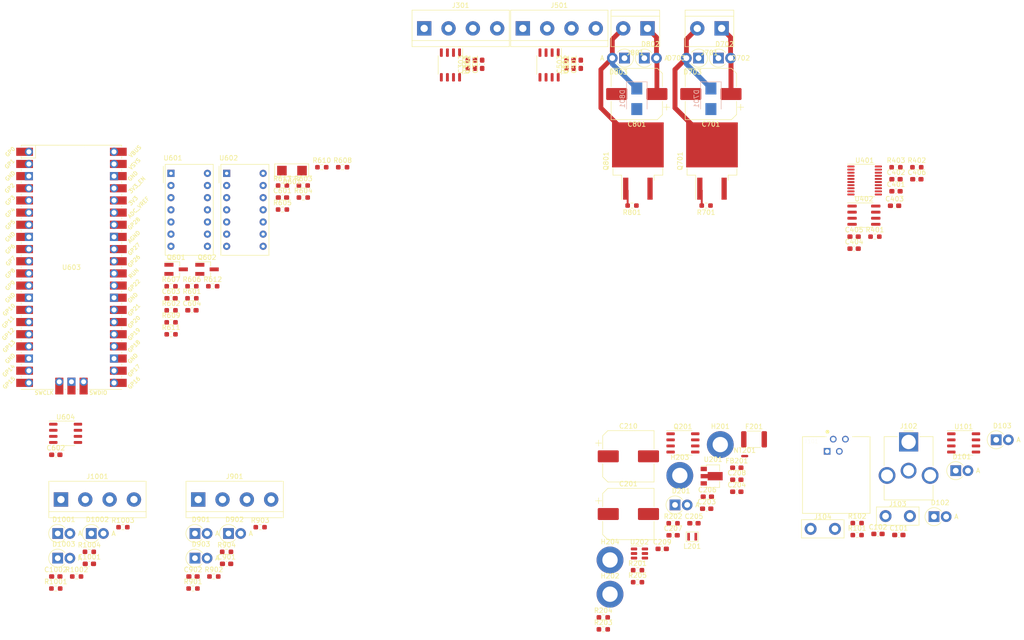
<source format=kicad_pcb>
(kicad_pcb (version 20211014) (generator pcbnew)
  (layers (0 "F.Cu" signal) (31 "B.Cu" signal) (34 "B.Paste" user) (35 "F.Paste" user) (36 "B.SilkS" user "B.Silkscreen") (37 "F.SilkS" user "F.Silkscreen") (38 "B.Mask" user) (39 "F.Mask" user) (44 "Edge.Cuts" user))
  (net 0 "")
  (net 1 "/power/3v3a_regin")
  (net 2 "+3.3VA")
  (net 3 "GND")
  (net 4 "+5V")
  (net 5 "GNDA")
  (net 6 "+12V")
  (net 7 "/power/reg_bst")
  (net 8 "/power/reg_sw")
  (net 9 "/power/reg_fb")
  (net 10 "+3V3")
  (net 11 "/can/can_rst")
  (net 12 "/cpu/PICO_ADC1")
  (net 13 "/cpu/PICO_ADC0")
  (net 14 "/ROTARY_WATER0")
  (net 15 "/ROTARY_WATER1")
  (net 16 "/ROTARY_COFFEE0")
  (net 17 "/ROTARY_COFFEE1")
  (net 18 "/VIN")
  (net 19 "/CANH")
  (net 20 "/CANL")
  (net 21 "/power/vprot_gate")
  (net 22 "/cpu/VSYS")
  (net 23 "/solenoid/EXT_OUT")
  (net 24 "/motor/EXT_OUT")
  (net 25 "/water_rotary/ROTARY0_IN")
  (net 26 "/water_rotary/ROTARY1_IN")
  (net 27 "/coffee_rotary/ROTARY0_IN")
  (net 28 "/coffee_rotary/ROTARY1_IN")
  (net 29 "/VIN_SW")
  (net 30 "/power/VFUSE")
  (net 33 "/scale_amp/INP")
  (net 34 "/scale_amp/INN")
  (net 35 "/scale_amp1/INP")
  (net 36 "/scale_amp1/INN")
  (net 37 "/cpu/7SEG_DIG1_BASE")
  (net 38 "/cpu/7SEG_DIG1")
  (net 39 "/cpu/7SEG_DIG0_BASE")
  (net 40 "/cpu/7SEG_DIG0")
  (net 41 "/solenoid/EXT_CTRL")
  (net 42 "/motor/EXT_CTRL")
  (net 43 "/vref_div")
  (net 44 "/power/reg_en")
  (net 45 "/can/can_osc_out")
  (net 46 "/~{CAN_INT}")
  (net 47 "/cpu/7SEG_DIG0_PRER")
  (net 48 "/cpu/7SEG_DIG1_PRER")
  (net 49 "/cpu/7SEG_A")
  (net 50 "/cpu/7SEG_A_PRER")
  (net 51 "/cpu/7SEG_B")
  (net 52 "/cpu/7SEG_B_PRER")
  (net 53 "/cpu/7SEG_C")
  (net 54 "/cpu/7SEG_C_PRER")
  (net 55 "/cpu/7SEG_D")
  (net 56 "/cpu/7SEG_D_PRER")
  (net 57 "/cpu/7SEG_E")
  (net 58 "/cpu/7SEG_E_PRER")
  (net 59 "/cpu/7SEG_F")
  (net 60 "/cpu/7SEG_F_PRER")
  (net 61 "/cpu/7SEG_G")
  (net 62 "/cpu/7SEG_G_PRER")
  (net 63 "/ADC1")
  (net 64 "/ADC0")
  (net 65 "/cpu/ADC_VREF_DIV")
  (net 66 "/SOLENOID_CTRL")
  (net 67 "/MOTOR_CTRL")
  (net 68 "/VREF0")
  (net 69 "/VREF1")
  (net 70 "/can/txcan")
  (net 71 "/can/rxcan")
  (net 77 "/CAN_CLK")
  (net 80 "/SPI_SCK")
  (net 82 "/SPI_COPI")
  (net 83 "/SPI_CIPO")
  (net 84 "/~{SPI_CS}")
  (net 99 "/cpu/ADC_VREF")
  (footprint "Capacitor_SMD:C_0603_1608Metric_Pad1.08x0.95mm_HandSolder" (layer "F.Cu") (at 133.775 30.095 90)
    (fp_text reference "C303")
    (fp_text value "10n")
  )
  (footprint "Package_SO:SO-8_3.9x4.9mm_P1.27mm" (layer "F.Cu") (at 130.155 30.235 -90)
    (fp_text reference "U302")
    (fp_text value "MAX4196")
  )
  (footprint "Capacitor_SMD:C_0603_1608Metric_Pad1.08x0.95mm_HandSolder" (layer "F.Cu") (at 214.46 68.6)
    (fp_text reference "C404")
    (fp_text value "100n")
  )
  (footprint "Capacitor_SMD:C_0603_1608Metric_Pad1.08x0.95mm_HandSolder" (layer "F.Cu") (at 76.39 137.07)
    (fp_text reference "C902")
    (fp_text value "100n")
  )
  (footprint "Capacitor_SMD:CP_Elec_10x10.5" (layer "F.Cu") (at 167.315 124.02)
    (fp_text reference "C201")
    (fp_text value "470u")
  )
  (footprint "Capacitor_SMD:C_0603_1608Metric_Pad1.08x0.95mm_HandSolder" (layer "F.Cu") (at 222.91 59.64)
    (fp_text reference "C403")
    (fp_text value "100n")
  )
  (footprint "CAN-Distributor:TE_5520257-2" (layer "F.Cu") (at 210.735 117.275)
    (fp_text reference "J101")
    (fp_text value "RJ10")
  )
  (footprint "Package_TO_SOT_SMD:SOT-23_Handsoldering" (layer "F.Cu") (at 79.31 72.92)
    (fp_text reference "Q602")
    (fp_text value "KST5551")
  )
  (footprint "Diode_THT:D_DO-15_P2.54mm_Vertical_AnodeUp" (layer "F.Cu") (at 48.13 133.24)
    (fp_text reference "D1003")
    (fp_text value "P6KE16CA+")
  )
  (footprint "Capacitor_SMD:C_0603_1608Metric_Pad1.08x0.95mm_HandSolder" (layer "F.Cu") (at 223.21 54.1)
    (fp_text reference "C402")
    (fp_text value "100n")
  )
  (footprint "Capacitor_SMD:C_0603_1608Metric_Pad1.08x0.95mm_HandSolder" (layer "F.Cu") (at 223.8 128.4)
    (fp_text reference "C101")
    (fp_text value "1u")
  )
  (footprint "Resistor_SMD:R_0603_1608Metric_Pad0.98x0.95mm_HandSolder" (layer "F.Cu") (at 95.07 60.43)
    (fp_text reference "R605")
    (fp_text value "470")
  )
  (footprint "Diode_THT:D_DO-15_P2.54mm_Vertical_AnodeUp" (layer "F.Cu") (at 170.645 28.8)
    (fp_text reference "D802")
    (fp_text value "P6KE16CA+")
  )
  (footprint "TerminalBlock:TerminalBlock_bornier-2_P5.08mm" (layer "F.Cu") (at 171.315 22.595 180)
    (fp_text reference "J801")
    (fp_text value "Conn_01x02")
  )
  (footprint "Capacitor_SMD:C_0603_1608Metric_Pad1.08x0.95mm_HandSolder" (layer "F.Cu") (at 183.81 120.4)
    (fp_text reference "C206")
    (fp_text value "100n")
  )
  (footprint "Resistor_SMD:R_0603_1608Metric_Pad0.98x0.95mm_HandSolder" (layer "F.Cu") (at 223.21 51.59)
    (fp_text reference "R403")
    (fp_text value "10k")
  )
  (footprint "Resistor_SMD:R_0603_1608Metric_Pad0.98x0.95mm_HandSolder" (layer "F.Cu") (at 61.75 126.77)
    (fp_text reference "R1003")
    (fp_text value "1k")
  )
  (footprint "Package_TO_SOT_SMD:TO-263-2" (layer "F.Cu") (at 169.3 50.3 90)
    (fp_text reference "Q801")
    (fp_text value "IRF640NPbF")
  )
  (footprint "MountingHole:MountingHole_3.2mm_M3_DIN965_Pad" (layer "F.Cu") (at 163.48 133.62)
    (fp_text reference "H204")
    (fp_text value "MountingHole_Pad")
  )
  (footprint "good_things:TE_726386-2" (layer "F.Cu") (at 223.57 124.46)
    (fp_text reference "J103")
    (fp_text value "SW")
  )
  (footprint "Connector_BarrelJack:BarrelJack_CUI_PJ-063AH_Horizontal_CircularHoles" (layer "F.Cu") (at 225.84 108.97)
    (fp_text reference "J102")
    (fp_text value "Barrel_Jack")
  )
  (footprint "Resistor_SMD:R_0603_1608Metric_Pad0.98x0.95mm_HandSolder" (layer "F.Cu") (at 169.23 135.75)
    (fp_text reference "R201")
    (fp_text value "10k")
  )
  (footprint "Capacitor_SMD:C_0603_1608Metric_Pad1.08x0.95mm_HandSolder" (layer "F.Cu") (at 174.38 131.3)
    (fp_text reference "C209")
    (fp_text value "22u")
  )
  (footprint "Resistor_SMD:R_0603_1608Metric_Pad0.98x0.95mm_HandSolder" (layer "F.Cu") (at 76.16 78.96)
    (fp_text reference "R601")
    (fp_text value "470")
  )
  (footprint "Resistor_SMD:R_0603_1608Metric_Pad0.98x0.95mm_HandSolder" (layer "F.Cu") (at 71.81 76.45)
    (fp_text reference "R607")
    (fp_text value "470")
  )
  (footprint "Diode_THT:D_DO-15_P2.54mm_Vertical_AnodeUp" (layer "F.Cu") (at 181.98 28.8 180)
    (fp_text reference "D703")
    (fp_text value "P6KE16CA+")
  )
  (footprint "Resistor_SMD:R_0603_1608Metric_Pad0.98x0.95mm_HandSolder" (layer "F.Cu") (at 169.23 138.26)
    (fp_text reference "R205")
    (fp_text value "10k")
  )
  (footprint "Diode_THT:D_DO-15_P2.54mm_Vertical_AnodeUp" (layer "F.Cu") (at 244.14 108.52)
    (fp_text reference "D103")
    (fp_text value "P6KE16CA+")
  )
  (footprint "MountingHole:MountingHole_3.2mm_M3_DIN965_Pad" (layer "F.Cu") (at 178.06 115.97)
    (fp_text reference "H203")
    (fp_text value "MountingHole_Pad")
  )
  (footprint "Resistor_SMD:R_0603_1608Metric_Pad0.98x0.95mm_HandSolder" (layer "F.Cu") (at 99.42 57.92)
    (fp_text reference "R604")
    (fp_text value "470")
  )
  (footprint "MountingHole:MountingHole_3.2mm_M3_DIN965_Pad" (layer "F.Cu") (at 163.48 140.77)
    (fp_text reference "H202")
    (fp_text value "MountingHole_Pad")
  )
  (footprint "Resistor_SMD:R_0603_1608Metric_Pad0.98x0.95mm_HandSolder" (layer "F.Cu") (at 215.1 125.91)
    (fp_text reference "R102")
    (fp_text value "10k")
  )
  (footprint "Diode_THT:D_DO-15_P2.54mm_Vertical_AnodeUp" (layer "F.Cu") (at 76.79 128.09)
    (fp_text reference "D901")
    (fp_text value "P6KE16CA+")
  )
  (footprint "Resistor_SMD:R_0603_1608Metric_Pad0.98x0.95mm_HandSolder" (layer "F.Cu") (at 95.07 55.41)
    (fp_text reference "R613")
    (fp_text value "10k")
  )
  (footprint "Resistor_SMD:R_0603_1608Metric_Pad0.98x0.95mm_HandSolder" (layer "F.Cu") (at 107.64 51.59)
    (fp_text reference "R608")
    (fp_text value "470")
  )
  (footprint "Diode_THT:D_DO-15_P2.54mm_Vertical_AnodeUp" (layer "F.Cu") (at 235.69 114.97)
    (fp_text reference "D101")
    (fp_text value "P6KE16CA+")
  )
  (footprint "MCU_RaspberryPi_and_Boards:RPi_Pico_SMD_TH" (layer "F.Cu") (at 51 72.5)
    (fp_text reference "U603")
    (fp_text value "Pico")
  )
  (footprint "Resistor_SMD:R_0603_1608Metric_Pad0.98x0.95mm_HandSolder" (layer "F.Cu") (at 227.56 51.59)
    (fp_text reference "R402")
    (fp_text value "10k")
  )
  (footprint "Resistor_SMD:R_0603_1608Metric_Pad0.98x0.95mm_HandSolder" (layer "F.Cu") (at 76.16 76.45)
    (fp_text reference "R606")
    (fp_text value "470")
  )
  (footprint "Inductor_SMD:L_0603_1608Metric_Pad1.05x0.95mm_HandSolder" (layer "F.Cu") (at 189.96 114.35)
    (fp_text reference "FB201")
    (fp_text value "FerriteBead")
  )
  (footprint "Resistor_SMD:R_0603_1608Metric_Pad0.98x0.95mm_HandSolder" (layer "F.Cu") (at 162.08 145.6)
    (fp_text reference "R204")
    (fp_text value "52k3")
  )
  (footprint "TerminalBlock:TerminalBlock_bornier-4_P5.08mm" (layer "F.Cu") (at 145.275 22.595)
    (fp_text reference "J501")
    (fp_text value "Conn_01x04")
  )
  (footprint "Package_SO:SO-8_3.9x4.9mm_P1.27mm" (layer "F.Cu") (at 150.755 30.235 -90)
    (fp_text reference "U501")
    (fp_text value "MAX4196")
  )
  (footprint "Resistor_SMD:R_0603_1608Metric_Pad0.98x0.95mm_HandSolder" (layer "F.Cu") (at 47.73 139.58)
    (fp_text reference "R1001")
    (fp_text value "10k")
  )
  (footprint "Capacitor_SMD:C_0603_1608Metric_Pad1.08x0.95mm_HandSolder" (layer "F.Cu") (at 135.275 30.095 90)
    (fp_text reference "C302")
    (fp_text value "100n")
  )
  (footprint "Capacitor_SMD:C_0603_1608Metric_Pad1.08x0.95mm_HandSolder" (layer "F.Cu") (at 189.96 116.86)
    (fp_text reference "C208")
    (fp_text value "22u")
  )
  (footprint "Capacitor_SMD:C_0603_1608Metric_Pad1.08x0.95mm_HandSolder" (layer "F.Cu") (at 223.21 56.61)
    (fp_text reference "C401")
    (fp_text value "1u")
  )
  (footprint "Capacitor_SMD:C_0603_1608Metric_Pad1.08x0.95mm_HandSolder" (layer "F.Cu") (at 54.74 134.43)
    (fp_text reference "C1001")
    (fp_text value "100n")
  )
  (footprint "good_things:SOD-106" (layer "F.Cu") (at 97.055 52.295)
    (fp_text reference "D601")
    (fp_text value "RSX301L-30TE25")
  )
  (footprint "Resistor_SMD:R_0603_1608Metric_Pad0.98x0.95mm_HandSolder" (layer "F.Cu") (at 99.42 55.41)
    (fp_text reference "R603")
    (fp_text value "470")
  )
  (footprint "Capacitor_SMD:C_0603_1608Metric_Pad1.08x0.95mm_HandSolder" (layer "F.Cu") (at 227.56 54.1)
    (fp_text reference "C406")
    (fp_text value "100n")
  )
  (footprint "Display_7Segment:MAN71A" (layer "F.Cu") (at 83.415 52.87)
    (fp_text reference "U602")
    (fp_text value "MAN74A")
  )
  (footprint "Resistor_SMD:R_0603_1608Metric_Pad0.98x0.95mm_HandSolder" (layer "F.Cu") (at 168.075 59.6 180)
    (fp_text reference "R801")
    (fp_text value "470")
  )
  (footprint "Resistor_SMD:R_0603_1608Metric_Pad0.98x0.95mm_HandSolder" (layer "F.Cu") (at 90.41 126.77)
    (fp_text reference "R903")
    (fp_text value "1k")
  )
  (footprint "Resistor_SMD:R_0603_1608Metric_Pad0.98x0.95mm_HandSolder" (layer "F.Cu") (at 218.81 66.09)
    (fp_text reference "R401")
    (fp_text value "10k")
  )
  (footprint "Diode_THT:D_DO-15_P2.54mm_Vertical_AnodeUp" (layer "F.Cu") (at 55.14 128.09)
    (fp_text reference "D1002")
    (fp_text value "P6KE16CA+")
  )
  (footprint "Resistor_SMD:R_0603_1608Metric_Pad0.98x0.95mm_HandSolder" (layer "F.Cu") (at 162.08 148.11)
    (fp_text reference "R203")
    (fp_text value "2k2")
  )
  (footprint "Resistor_SMD:R_0603_1608Metric_Pad0.98x0.95mm_HandSolder" (layer "F.Cu") (at 83.4 131.92)
    (fp_text reference "R904")
    (fp_text value "1k")
  )
  (footprint "Capacitor_SMD:C_0603_1608Metric_Pad1.08x0.95mm_HandSolder" (layer "F.Cu") (at 176.66 128.46)
    (fp_text reference "C207")
    (fp_text value "dni")
  )
  (footprint "Diode_THT:D_DO-15_P2.54mm_Vertical_AnodeUp" (layer "F.Cu") (at 231.15 124.57)
    (fp_text reference "D102")
    (fp_text value "P6KE16CA+")
  )
  (footprint "TerminalBlock:TerminalBlock_bornier-4_P5.08mm" (layer "F.Cu") (at 77.47 120.99)
    (fp_text reference "J901")
    (fp_text value "Conn_01x04")
  )
  (footprint "Package_SO:SO-8_3.9x4.9mm_P1.27mm" (layer "F.Cu") (at 178.71 109.17)
    (fp_text reference "Q201")
    (fp_text value "FDS4435")
  )
  (footprint "Resistor_SMD:R_0603_1608Metric_Pad0.98x0.95mm_HandSolder" (layer "F.Cu") (at 80.51 76.45)
    (fp_text reference "R612")
    (fp_text value "1k")
  )
  (footprint "Package_SO:TSSOP-20_4.4x6.5mm_P0.65mm" (layer "F.Cu") (at 216.66 54.36)
    (fp_text reference "U401")
    (fp_text value "MCP2515-xST")
  )
  (footprint "TerminalBlock:TerminalBlock_bornier-4_P5.08mm" (layer "F.Cu") (at 124.675 22.595)
    (fp_text reference "J301")
    (fp_text value "Conn_01x04")
  )
  (footprint "Diode_THT:D_DO-15_P2.54mm_Vertical_AnodeUp" (layer "F.Cu") (at 186.12 28.8)
    (fp_text reference "D702")
    (fp_text value "P6KE16CA+")
  )
  (footprint "Resistor_SMD:R_0603_1608Metric_Pad0.98x0.95mm_HandSolder" (layer "F.Cu") (at 71.81 86.49)
    (fp_text reference "R611")
    (fp_text value "470")
  )
  (footprint "Capacitor_SMD:C_0603_1608Metric_Pad1.08x0.95mm_HandSolder" (layer "F.Cu") (at 155.875 30.095 90)
    (fp_text reference "C502")
    (fp_text value "100n")
  )
  (footprint "Capacitor_SMD:C_0603_1608Metric_Pad1.08x0.95mm_HandSolder" (layer "F.Cu") (at 83.4 134.43)
    (fp_text reference "C901")
    (fp_text value "100n")
  )
  (footprint "Package_SO:SO-8_3.9x4.9mm_P1.27mm" (layer "F.Cu") (at 49.78 107.17)
    (fp_text reference "U604")
    (fp_text value "LM358")
  )
  (footprint "Capacitor_SMD:C_0603_1608Metric_Pad1.08x0.95mm_HandSolder" (layer "F.Cu") (at 181.01 125.95)
    (fp_text reference "C205")
    (fp_text value "100n")
  )
  (footprint "Capacitor_SMD:C_0603_1608Metric_Pad1.08x0.95mm_HandSolder" (layer "F.Cu") (at 76.16 81.47)
    (fp_text reference "C604")
    (fp_text value "10n")
  )
  (footprint "Resistor_SMD:R_0603_1608Metric_Pad0.98x0.95mm_HandSolder" (layer "F.Cu") (at 176.66 125.95)
    (fp_text reference "R202")
    (fp_text value "10k")
  )
  (footprint "TerminalBlock:TerminalBlock_bornier-2_P5.08mm" (layer "F.Cu") (at 186.79 22.595 180)
    (fp_text reference "J701")
    (fp_text value "Conn_01x02")
  )
  (footprint "Capacitor_SMD:C_0603_1608Metric_Pad1.08x0.95mm_HandSolder" (layer "F.Cu") (at 71.81 78.96)
    (fp_text reference "C603")
    (fp_text value "10n")
  )
  (footprint "Capacitor_SMD:C_0603_1608Metric_Pad1.08x0.95mm_HandSolder" (layer "F.Cu") (at 47.73 111.65)
    (fp_text reference "C602")
    (fp_text value "100n")
  )
  (footprint "Package_TO_SOT_SMD:TSOT-23-6" (layer "F.Cu") (at 169.63 132.27)
    (fp_text reference "U202")
    (fp_text value "AP62250")
  )
  (footprint "Capacitor_SMD:CP_Elec_10x10.5" (layer "F.Cu") (at 167.315 111.97)
    (fp_text reference "C210")
    (fp_text value "470u")
  )
  (footprint "Resistor_SMD:R_0603_1608Metric_Pad0.98x0.95mm_HandSolder" (layer "F.Cu") (at 183.55 59.6 180)
    (fp_text reference "R701")
    (fp_text value "470")
  )
  (footprint "Package_TO_SOT_SMD:SOT-23_Handsoldering" (layer "F.Cu") (at 72.86 72.92)
    (fp_text reference "Q601")
    (fp_text value "KST5551")
  )
  (footprint "Capacitor_SMD:C_0603_1608Metric_Pad1.08x0.95mm_HandSolder" (layer "F.Cu") (at 157.375 30.095 90)
    (fp_text reference "C501")
    (fp_text value "1u")
  )
  (footprint "Resistor_SMD:R_0603_1608Metric_Pad0.98x0.95mm_HandSolder" (layer "F.Cu") (at 54.74 131.92)
    (fp_text reference "R1004")
    (fp_text value "1k")
  )
  (footprint "Diode_THT:D_DO-15_P2.54mm_Vertical_AnodeUp" (layer "F.Cu") (at 76.79 133.24)
    (fp_text reference "D903")
    (fp_text value "P6KE16CA+")
  )
  (footprint "Package_TO_SOT_SMD:TO-263-2" (layer "F.Cu") (at 184.775 50.3 90)
    (fp_text reference "Q701")
    (fp_text value "IRF640NPbF")
  )
  (footprint "Diode_THT:D_DO-15_P2.54mm_Vertical_AnodeUp" (layer "F.Cu") (at 83.8 128.09)
    (fp_text reference "D902")
    (fp_text value "P6KE16CA+")
  )
  (footprint "Capacitor_SMD:C_0603_1608Metric_Pad1.08x0.95mm_HandSolder" (layer "F.Cu") (at 214.46 66.09)
    (fp_text reference "C405")
    (fp_text value "1u")
  )
  (footprint "Capacitor_SMD:CP_Elec_10x10.5" (layer "F.Cu") (at 169.075 36.3 180)
    (fp_text reference "C801")
    (fp_text value "470u")
  )
  (footprint "Capacitor_SMD:C_0603_1608Metric_Pad1.08x0.95mm_HandSolder" (layer "F.Cu") (at 154.375 30.095 90)
    (fp_text reference "C503")
    (fp_text value "10n")
  )
  (footprint "Capacitor_SMD:C_0603_1608Metric_Pad1.08x0.95mm_HandSolder" (layer "F.Cu") (at 136.775 30.095 90)
    (fp_text reference "C301")
    (fp_text value "1u")
  )
  (footprint "Package_SO:SOIC-8_3.9x4.9mm_P1.27mm" (layer "F.Cu") (at 216.51 61.61)
    (fp_text reference "U402")
    (fp_text value "MCP2562-E-SN")
  )
  (footprint "Diode_THT:D_DO-15_P2.54mm_Vertical_AnodeUp" (layer "F.Cu") (at 166.505 28.8 180)
    (fp_text reference "D803")
    (fp_text value "P6KE16CA+")
  )
  (footprint "Capacitor_SMD:C_0603_1608Metric_Pad1.08x0.95mm_HandSolder" (layer "F.Cu") (at 183.67 122.91)
    (fp_text reference "C203")
    (fp_text value "1u 25V")
  )
  (footprint "Resistor_SMD:R_0603_1608Metric_Pad0.98x0.95mm_HandSolder" (layer "F.Cu") (at 215.1 128.42)
    (fp_text reference "R101")
    (fp_text value "10k")
  )
  (footprint "NetTie:NetTie-2_SMD_Pad0.5mm" (layer "F.Cu") (at 191.61 111.92)
    (fp_text reference "NT201")
    (fp_text value "NetTie_2")
  )
  (footprint "Package_SO:SO-8_3.9x4.9mm_P1.27mm" (layer "F.Cu") (at 237.34 109.17)
    (fp_text reference "U101")
    (fp_text value "LM358")
  )
  (footprint "Diode_THT:D_DO-15_P2.54mm_Vertical_AnodeUp" (layer "F.Cu") (at 177.06 122.12)
    (fp_text reference "D201")
    (fp_text value "5v")
  )
  (footprint "Capacitor_SMD:C_0603_1608Metric_Pad1.08x0.95mm_HandSolder" (layer "F.Cu") (at 47.73 137.07)
    (fp_text reference "C1002")
    (fp_text value "100n")
  )
  (footprint "TerminalBlock:TerminalBlock_bornier-4_P5.08mm" (layer "F.Cu") (at 48.81 120.99)
    (fp_text reference "J1001")
    (fp_text value "Conn_01x04")
  )
  (footprint "Resistor_SMD:R_0603_1608Metric_Pad0.98x0.95mm_HandSolder" (layer "F.Cu") (at 76.39 139.58)
    (fp_text reference "R901")
    (fp_text value "10k")
  )
  (footprint "Resistor_SMD:R_0603_1608Metric_Pad0.98x0.95mm_HandSolder" (layer "F.Cu") (at 71.81 83.98)
    (fp_text reference "R609")
    (fp_text value "470")
  )
  (footprint "Fuse:Fuse_1812_4532Metric" (layer "F.Cu") (at 193.56 108.42)
    (fp_text reference "F201")
    (fp_text value "MC36232")
  )
  (footprint "Capacitor_SMD:CP_Elec_10x10.5" (layer "F.Cu") (at 184.55 36.3 180)
    (fp_text reference "C701")
    (fp_text value "470u")
  )
  (footprint "MountingHole:MountingHole_3.2mm_M3_DIN965_Pad" (layer "F.Cu") (at 186.51 109.52)
    (fp_text reference "H201")
    (fp_text value "MountingHole_Pad")
  )
  (footprint "good_things:TE_726386-2" (layer "F.Cu") (at 207.92 127.12)
    (fp_text reference "J104")
    (fp_text value "SW")
  )
  (footprint "Resistor_SMD:R_0603_1608Metric_Pad0.98x0.95mm_HandSolder" (layer "F.Cu") (at 71.81 81.47)
    (fp_text reference "R602")
    (fp_text value "470")
  )
  (footprint "Capacitor_SMD:C_0603_1608Metric_Pad1.08x0.95mm_HandSolder" (layer "F.Cu") (at 189.96 119.37)
    (fp_text reference "C204")
    (fp_text value "100n")
  )
  (footprint "good_things:smd_inductor_0806_2016metric" (layer "F.Cu") (at 180.645 128.765)
    (fp_text reference "L201")
    (fp_text value "2u2")
  )
  (footprint "Capacitor_SMD:C_0603_1608Metric_Pad1.08x0.95mm_HandSolder" (layer "F.Cu") (at 95.07 57.92)
    (fp_text reference "C601")
    (fp_text value "1u")
  )
  (footprint "Capacitor_SMD:C_0603_1608Metric_Pad1.08x0.95mm_HandSolder" (layer "F.Cu") (at 219.45 128.18)
    (fp_text reference "C102")
    (fp_text value "100n")
  )
  (footprint "Resistor_SMD:R_0603_1608Metric_Pad0.98x0.95mm_HandSolder" (layer "F.Cu") (at 80.74 137.07)
    (fp_text reference "R902")
    (fp_text value "10k")
  )
  (footprint "Display_7Segment:MAN71A" (layer "F.Cu") (at 71.785 52.87)
    (fp_text reference "U601")
    (fp_text value "MAN74A")
  )
  (footprint "Package_TO_SOT_SMD:SOT-89-3" (layer "F.Cu") (at 184.71 116.12)
    (fp_text reference "U201")
    (fp_text value "L78L33_SOT89")
  )
  (footprint "Resistor_SMD:R_0603_1608Metric_Pad0.98x0.95mm_HandSolder" (layer "F.Cu") (at 103.29 51.59)
    (fp_text reference "R610")
    (fp_text value "470")
  )
  (footprint "Resistor_SMD:R_0603_1608Metric_Pad0.98x0.95mm_HandSolder" (layer "F.Cu") (at 52.08 137.07)
    (fp_text reference "R1002")
    (fp_text value "10k")
  )
  (footprint "Diode_THT:D_DO-15_P2.54mm_Vertical_AnodeUp" (layer "F.Cu") (at 48.13 128.09)
    (fp_text reference "D1001")
    (fp_text value "P6KE16CA+")
  )
  (footprint "Diode_SMD:D_SMB" (layer "B.Cu") (at 184.55 37.3 -90)
    (fp_text reference "D701")
    (fp_text value "SM6T30A")
  )
  (footprint "Diode_SMD:D_SMB" (layer "B.Cu") (at 169.075 37.3 -90)
    (fp_text reference "D801")
    (fp_text value "SM6T30A")
  )
  (segment (start 173.275 36.3) (end 173.275 28.89) (width 1) (layer "F.Cu") (net 6))
  (segment (start 188.75 36.3) (end 188.75 28.89) (width 1) (layer "F.Cu") (net 6))
  (segment (start 188.75 36.3) (end 188.75 28.89) (width 1) (layer "F.Cu") (net 6))
  (segment (start 173.275 28.89) (end 173.185 28.8) (width 1) (layer "F.Cu") (net 6))
  (segment (start 188.75 28.89) (end 188.66 28.8) (width 1) (layer "F.Cu") (net 6))
  (segment (start 188.75 28.89) (end 188.66 28.8) (width 1) (layer "F.Cu") (net 6))
  (segment (start 188.66 24.465) (end 188.66 28.8) (width 1) (layer "F.Cu") (net 6))
  (segment (start 173.185 24.465) (end 173.185 28.8) (width 1) (layer "F.Cu") (net 6))
  (segment (start 186.79 22.595) (end 188.66 24.465) (width 1) (layer "F.Cu") (net 6))
  (segment (start 171.315 22.595) (end 173.185 24.465) (width 1) (layer "F.Cu") (net 6))
  (segment (start 177.05 39.2) (end 184.775 46.925) (width 1) (layer "F.Cu") (net 23))
  (segment (start 177.05 39.2) (end 184.775 46.925) (width 1) (layer "F.Cu") (net 23))
  (segment (start 179.44 28.8) (end 177.05 31.19) (width 1) (layer "F.Cu") (net 23))
  (segment (start 179.44 28.8) (end 177.05 31.19) (width 1) (layer "F.Cu") (net 23))
  (segment (start 179.44 28.8) (end 179.44 24.865) (width 1) (layer "F.Cu") (net 23))
  (segment (start 177.05 31.19) (end 177.05 39.2) (width 1) (layer "F.Cu") (net 23))
  (segment (start 177.05 31.19) (end 177.05 39.2) (width 1) (layer "F.Cu") (net 23))
  (segment (start 179.44 24.865) (end 181.71 22.595) (width 1) (layer "F.Cu") (net 23))
  (segment (start 184.55 35.15) (end 179.44 30.04) (width 1) (layer "B.Cu") (net 23))
  (segment (start 184.55 35.15) (end 179.44 30.04) (width 1) (layer "B.Cu") (net 23))
  (segment (start 179.44 30.04) (end 179.44 28.8) (width 1) (layer "B.Cu") (net 23))
  (segment (start 179.44 30.04) (end 179.44 28.8) (width 1) (layer "B.Cu") (net 23))
  (segment (start 161.575 39.2) (end 169.3 46.925) (width 1) (layer "F.Cu") (net 24))
  (segment (start 163.965 28.8) (end 161.575 31.19) (width 1) (layer "F.Cu") (net 24))
  (segment (start 163.965 28.8) (end 163.965 24.865) (width 1) (layer "F.Cu") (net 24))
  (segment (start 161.575 31.19) (end 161.575 39.2) (width 1) (layer "F.Cu") (net 24))
  (segment (start 163.965 24.865) (end 166.235 22.595) (width 1) (layer "F.Cu") (net 24))
  (segment (start 169.075 35.15) (end 163.965 30.04) (width 1) (layer "B.Cu") (net 24))
  (segment (start 163.965 30.04) (end 163.965 28.8) (width 1) (layer "B.Cu") (net 24))
  (segment (start 182.6375 59.6) (end 182.6375 56.4775) (width 0.4) (layer "F.Cu") (net 41))
  (segment (start 182.6375 56.4775) (end 182.235 56.075) (width 0.4) (layer "F.Cu") (net 41))
  (segment (start 167.1625 59.6) (end 167.1625 56.4775) (width 0.4) (layer "F.Cu") (net 42))
  (segment (start 167.1625 56.4775) (end 166.76 56.075) (width 0.4) (layer "F.Cu") (net 42))
)
</source>
